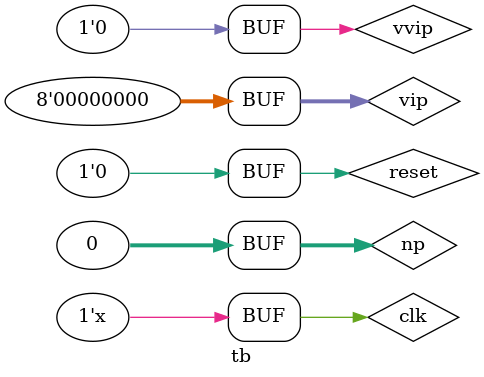
<source format=v>
`timescale 1ns / 1ps


module tb;

	// Inputs
	reg [31:0] np;
	reg reset;
	reg [7:0] vip;
	reg vvip;
	reg clk;

	// Outputs
	wire [7:0] result;

	// Instantiate the Unit Under Test (UUT)
	VoterPlus uut (
		.np(np), 
		.reset(reset), 
		.vip(vip), 
		.vvip(vvip), 
		.result(result), 
		.clk(clk)
	);

	initial begin
		// Initialize Inputs
		np = 0;
		reset = 0;
		vip = 0;
		vvip = 0;
		clk = 0;

		// Wait 100 ns for global reset to finish
		#10;
		vvip = 1;
		np = 32'b10001000100010001000100010001000;
      vip =  8'b10001000;
		#10;
		vvip = 0;
		np = 0;
		vip = 0;
	end
   always #5 clk = ~clk;  
endmodule


</source>
